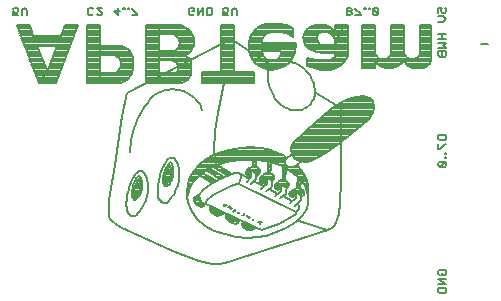
<source format=gbo>
G75*
G70*
%OFA0B0*%
%FSLAX24Y24*%
%IPPOS*%
%LPD*%
%AMOC8*
5,1,8,0,0,1.08239X$1,22.5*
%
%ADD10C,0.0080*%
%ADD11C,0.0060*%
D10*
X003901Y003528D02*
X004061Y003428D01*
X005821Y002628D01*
X006621Y002348D01*
X007061Y002228D01*
X007301Y002228D01*
X007501Y002268D01*
X010941Y003388D01*
X010901Y003388D02*
X009981Y003668D01*
X009861Y003628D02*
X009541Y003428D01*
X009141Y003268D01*
X008861Y003188D01*
X008581Y003148D01*
X008261Y003108D01*
X007861Y003148D01*
X007501Y003228D01*
X007141Y003348D01*
X006821Y003508D01*
X006581Y003748D01*
X006381Y004028D01*
X006261Y004308D01*
X006241Y004468D01*
X006301Y004668D01*
X006241Y004688D01*
X006241Y004468D01*
X006481Y004428D02*
X006481Y004328D01*
X006581Y004208D01*
X006701Y004148D01*
X006801Y004188D01*
X006801Y004248D01*
X006721Y004268D01*
X006641Y004368D01*
X006621Y004528D01*
X006541Y004508D01*
X006481Y004428D01*
X006494Y004446D02*
X006632Y004446D01*
X006661Y004388D02*
X006741Y004268D01*
X006861Y004228D01*
X008581Y003428D01*
X008741Y003388D01*
X008901Y003428D01*
X009301Y003588D01*
X009781Y003828D01*
X009861Y003908D01*
X009881Y003988D01*
X009981Y004088D01*
X009981Y004168D01*
X009921Y004228D01*
X009981Y004308D02*
X009821Y004188D01*
X009661Y004268D02*
X009861Y004428D01*
X009861Y004588D01*
X009856Y004603D02*
X009642Y004603D01*
X009641Y004608D02*
X009721Y004688D01*
X009821Y004748D01*
X009901Y004768D01*
X009941Y005148D01*
X010041Y005088D01*
X010001Y004748D01*
X010041Y004748D01*
X010121Y004688D01*
X010141Y004628D01*
X010121Y004548D01*
X010061Y004508D01*
X009881Y004628D01*
X009841Y004588D01*
X009841Y004508D01*
X009741Y004468D01*
X009661Y004508D01*
X009641Y004608D01*
X009658Y004524D02*
X009841Y004524D01*
X009920Y004603D02*
X010135Y004603D01*
X010124Y004681D02*
X009714Y004681D01*
X009601Y004808D02*
X009561Y004768D01*
X009401Y004868D01*
X009361Y004828D01*
X009341Y004728D01*
X009261Y004708D01*
X009181Y004768D01*
X009181Y004888D01*
X009261Y004968D01*
X009381Y005028D01*
X009421Y005068D01*
X009441Y005468D01*
X009541Y005428D01*
X009501Y005028D01*
X009561Y004988D01*
X009621Y004928D01*
X009621Y004868D01*
X009601Y004808D01*
X009611Y004838D02*
X009449Y004838D01*
X009381Y004828D02*
X009381Y004668D01*
X009181Y004508D01*
X009261Y004588D02*
X008961Y004748D01*
X009021Y004788D02*
X009061Y004828D01*
X009061Y004988D01*
X009061Y005008D02*
X008921Y005108D01*
X008881Y005048D01*
X008841Y004928D01*
X008721Y004928D01*
X008661Y004988D01*
X008661Y005108D01*
X008761Y005208D01*
X008881Y005268D01*
X008921Y005308D01*
X008941Y005628D01*
X009041Y005628D01*
X009021Y005408D01*
X009001Y005268D01*
X009061Y005228D01*
X009141Y005168D01*
X009141Y005108D01*
X009101Y005028D01*
X009061Y005008D01*
X009124Y005074D02*
X008969Y005074D01*
X008901Y005068D02*
X008901Y004908D01*
X008801Y004828D01*
X008501Y004988D01*
X008541Y005068D02*
X008381Y004908D01*
X008221Y004988D02*
X008381Y005148D01*
X008381Y005308D01*
X008363Y005310D02*
X008208Y005310D01*
X008201Y005288D02*
X008241Y005408D01*
X008301Y005448D01*
X008421Y005468D01*
X008421Y005668D01*
X008541Y005668D01*
X008541Y005468D01*
X008641Y005428D01*
X008661Y005348D01*
X008641Y005248D01*
X008581Y005188D01*
X008561Y005248D01*
X008401Y005348D01*
X008341Y005288D01*
X008321Y005148D01*
X008241Y005168D01*
X008201Y005288D01*
X008220Y005231D02*
X008333Y005231D01*
X008322Y005153D02*
X008304Y005153D01*
X008301Y005088D02*
X008021Y005228D01*
X007941Y005268D01*
X007861Y005268D01*
X007701Y005228D01*
X007341Y005068D01*
X007461Y005128D01*
X006981Y005428D01*
X006861Y005368D01*
X007341Y005068D01*
X007021Y004908D01*
X006781Y004708D01*
X006621Y004548D01*
X006661Y004388D01*
X006642Y004367D02*
X006481Y004367D01*
X006514Y004289D02*
X006705Y004289D01*
X006801Y004210D02*
X006580Y004210D01*
X006861Y004228D02*
X006861Y004348D01*
X007101Y004548D01*
X007701Y004828D01*
X007901Y004908D01*
X007981Y004908D01*
X009881Y003988D01*
X010061Y003828D02*
X009861Y003628D01*
X010061Y003828D02*
X010221Y004068D01*
X010261Y004268D01*
X010261Y004508D01*
X010181Y004868D01*
X009941Y005148D01*
X009661Y005348D01*
X009341Y005548D01*
X008941Y005668D01*
X008501Y005708D01*
X007981Y005708D01*
X007541Y005628D01*
X007141Y005508D01*
X006741Y005268D01*
X006421Y004988D01*
X006341Y004808D01*
X006301Y004668D01*
X006305Y004681D02*
X006262Y004681D01*
X006241Y004688D02*
X006301Y005068D01*
X006361Y005208D01*
X006461Y005348D01*
X006621Y005528D01*
X006781Y005668D01*
X007181Y005908D01*
X007621Y006028D01*
X008021Y006108D01*
X008381Y006148D01*
X008941Y006068D01*
X009501Y005828D01*
X009541Y005788D01*
X009501Y005708D01*
X009501Y005628D01*
X009541Y005508D01*
X009661Y005468D01*
X009781Y005468D01*
X009901Y005548D01*
X010061Y005348D01*
X010221Y005028D01*
X010261Y004828D01*
X010261Y004508D01*
X010258Y004524D02*
X010261Y004524D01*
X010261Y004603D02*
X010240Y004603D01*
X010223Y004681D02*
X010261Y004681D01*
X010261Y004760D02*
X010205Y004760D01*
X010188Y004838D02*
X010259Y004838D01*
X010243Y004917D02*
X010140Y004917D01*
X010072Y004996D02*
X010228Y004996D01*
X010198Y005074D02*
X010005Y005074D01*
X010040Y005074D02*
X009933Y005074D01*
X009935Y005153D02*
X010159Y005153D01*
X010120Y005231D02*
X009825Y005231D01*
X009715Y005310D02*
X010081Y005310D01*
X010029Y005388D02*
X009597Y005388D01*
X009537Y005388D02*
X009437Y005388D01*
X009433Y005310D02*
X009529Y005310D01*
X009521Y005231D02*
X009429Y005231D01*
X009425Y005153D02*
X009514Y005153D01*
X009506Y005074D02*
X009421Y005074D01*
X009316Y004996D02*
X009550Y004996D01*
X009621Y004917D02*
X009210Y004917D01*
X009181Y004838D02*
X009371Y004838D01*
X009348Y004760D02*
X009192Y004760D01*
X009021Y004788D02*
X008861Y004668D01*
X008801Y004828D02*
X008701Y004748D01*
X008661Y004996D02*
X008864Y004996D01*
X008898Y005074D02*
X008661Y005074D01*
X008705Y005153D02*
X009141Y005153D01*
X009057Y005231D02*
X008807Y005231D01*
X008921Y005310D02*
X009007Y005310D01*
X009018Y005388D02*
X008926Y005388D01*
X008931Y005467D02*
X009026Y005467D01*
X009034Y005545D02*
X008936Y005545D01*
X008941Y005624D02*
X009041Y005624D01*
X009089Y005624D02*
X009503Y005624D01*
X009501Y005702D02*
X008567Y005702D01*
X008541Y005624D02*
X008421Y005624D01*
X008421Y005545D02*
X008541Y005545D01*
X008545Y005467D02*
X008412Y005467D01*
X008463Y005310D02*
X008653Y005310D01*
X008651Y005388D02*
X008234Y005388D01*
X008021Y005228D02*
X008021Y005108D01*
X007981Y004948D01*
X007721Y005248D02*
X007601Y005188D01*
X007081Y005508D01*
X007201Y005568D01*
X007721Y005248D01*
X007687Y005231D02*
X007532Y005231D01*
X007621Y005310D02*
X007404Y005310D01*
X007494Y005388D02*
X007276Y005388D01*
X007366Y005467D02*
X007149Y005467D01*
X007072Y005467D02*
X006566Y005467D01*
X006497Y005388D02*
X006941Y005388D01*
X006901Y005388D02*
X007045Y005388D01*
X006955Y005310D02*
X007171Y005310D01*
X007081Y005231D02*
X007297Y005231D01*
X007206Y005153D02*
X007422Y005153D01*
X007353Y005074D02*
X007332Y005074D01*
X007221Y005008D02*
X007081Y004948D01*
X006641Y005208D01*
X006741Y005288D01*
X007221Y005008D01*
X007191Y004996D02*
X007001Y004996D01*
X007109Y005074D02*
X006868Y005074D01*
X006974Y005153D02*
X006736Y005153D01*
X006699Y005231D02*
X006377Y005231D01*
X006337Y005153D02*
X006609Y005153D01*
X006670Y005231D02*
X006839Y005231D01*
X006810Y005310D02*
X006434Y005310D01*
X006519Y005074D02*
X006304Y005074D01*
X005661Y005628D02*
X005625Y005583D01*
X005591Y005535D01*
X005561Y005486D01*
X005534Y005434D01*
X005510Y005381D01*
X005490Y005327D01*
X005474Y005271D01*
X005461Y005215D01*
X005451Y005157D01*
X005446Y005100D01*
X005444Y005041D01*
X005446Y004983D01*
X005452Y004926D01*
X005461Y004868D01*
X005501Y004828D01*
X005541Y004828D01*
X005621Y004868D01*
X005550Y004917D02*
X005501Y004917D01*
X005501Y004868D02*
X005661Y005028D01*
X005741Y005308D01*
X005661Y005548D01*
X005501Y005228D01*
X005501Y004868D01*
X005501Y004996D02*
X005628Y004996D01*
X005674Y005074D02*
X005501Y005074D01*
X005501Y005153D02*
X005697Y005153D01*
X005719Y005231D02*
X005503Y005231D01*
X005542Y005310D02*
X005741Y005310D01*
X005715Y005388D02*
X005581Y005388D01*
X005620Y005467D02*
X005688Y005467D01*
X005660Y005545D02*
X005662Y005545D01*
X005661Y005628D02*
X005701Y005628D01*
X005582Y005708D02*
X005595Y005727D01*
X005610Y005744D01*
X005628Y005758D01*
X005648Y005770D01*
X005670Y005778D01*
X005692Y005784D01*
X005715Y005786D01*
X005738Y005785D01*
X005761Y005780D01*
X005782Y005772D01*
X005803Y005761D01*
X005821Y005748D01*
X005847Y005719D01*
X005869Y005687D01*
X005890Y005654D01*
X005907Y005619D01*
X005921Y005583D01*
X005933Y005546D01*
X005941Y005508D01*
X006290Y004996D02*
X006429Y004996D01*
X006389Y004917D02*
X006277Y004917D01*
X006265Y004838D02*
X006355Y004838D01*
X006327Y004760D02*
X006252Y004760D01*
X006605Y004524D02*
X006622Y004524D01*
X007021Y004148D02*
X007481Y003928D01*
X007381Y003868D01*
X007221Y003848D01*
X007061Y003948D01*
X007001Y004048D01*
X007021Y004148D01*
X007018Y004132D02*
X007056Y004132D01*
X007002Y004053D02*
X007221Y004053D01*
X007145Y003896D02*
X007427Y003896D01*
X007385Y003974D02*
X007046Y003974D01*
X007481Y004168D02*
X007561Y004208D01*
X007621Y004148D02*
X007601Y004128D01*
X007641Y004168D02*
X007701Y004088D01*
X007701Y004108D02*
X007721Y004108D01*
X007781Y004008D02*
X007801Y003988D01*
X007821Y004008D02*
X007841Y004068D01*
X007981Y003988D02*
X007921Y003928D01*
X007981Y003948D02*
X007981Y003968D01*
X008061Y003888D02*
X008081Y003888D01*
X008121Y003868D02*
X008121Y003928D01*
X008241Y003888D02*
X008241Y003828D01*
X008261Y003808D02*
X008341Y003808D01*
X008301Y003788D02*
X008301Y003768D01*
X008441Y003708D02*
X008481Y003748D01*
X008601Y003648D02*
X008721Y003628D01*
X008661Y003588D02*
X008641Y003628D01*
X008521Y003448D02*
X008401Y003368D01*
X008241Y003388D01*
X008101Y003468D01*
X008061Y003568D01*
X008101Y003648D01*
X008521Y003448D01*
X008486Y003425D02*
X008178Y003425D01*
X008087Y003503D02*
X008406Y003503D01*
X008241Y003582D02*
X008068Y003582D01*
X007976Y003660D02*
X007649Y003660D01*
X007661Y003648D02*
X007841Y003588D01*
X007941Y003608D01*
X007981Y003668D01*
X007541Y003908D01*
X007521Y003788D01*
X007661Y003648D01*
X007571Y003739D02*
X007852Y003739D01*
X007708Y003817D02*
X007526Y003817D01*
X007539Y003896D02*
X007564Y003896D01*
X007481Y004168D02*
X007481Y004248D01*
X005261Y004548D02*
X005258Y004635D01*
X005259Y004723D01*
X005265Y004810D01*
X005274Y004897D01*
X005288Y004984D01*
X005305Y005069D01*
X005327Y005154D01*
X005352Y005238D01*
X005381Y005320D01*
X005413Y005401D01*
X005450Y005481D01*
X005490Y005559D01*
X005534Y005634D01*
X005581Y005708D01*
X005701Y005628D02*
X005724Y005583D01*
X005742Y005536D01*
X005758Y005487D01*
X005769Y005438D01*
X005777Y005388D01*
X005781Y005337D01*
X005782Y005286D01*
X005778Y005236D01*
X005771Y005185D01*
X005760Y005136D01*
X005746Y005087D01*
X005727Y005040D01*
X005706Y004994D01*
X005681Y004950D01*
X005653Y004908D01*
X005621Y004868D01*
X005261Y004548D02*
X005266Y004514D01*
X005273Y004481D01*
X005284Y004448D01*
X005298Y004417D01*
X005315Y004387D01*
X005334Y004358D01*
X005357Y004332D01*
X005381Y004308D01*
X005382Y004308D02*
X005400Y004295D01*
X005421Y004284D01*
X005442Y004276D01*
X005465Y004271D01*
X005488Y004270D01*
X005511Y004272D01*
X005533Y004278D01*
X005555Y004286D01*
X005575Y004298D01*
X005593Y004312D01*
X005608Y004329D01*
X005621Y004348D01*
X004421Y004428D02*
X004412Y004486D01*
X004406Y004543D01*
X004404Y004601D01*
X004406Y004660D01*
X004411Y004717D01*
X004421Y004775D01*
X004434Y004831D01*
X004450Y004887D01*
X004470Y004941D01*
X004494Y004994D01*
X004521Y005046D01*
X004551Y005095D01*
X004585Y005143D01*
X004621Y005188D01*
X004661Y005188D01*
X004542Y005268D02*
X004555Y005287D01*
X004570Y005304D01*
X004588Y005318D01*
X004608Y005330D01*
X004630Y005338D01*
X004652Y005344D01*
X004675Y005346D01*
X004698Y005345D01*
X004721Y005340D01*
X004742Y005332D01*
X004763Y005321D01*
X004781Y005308D01*
X005941Y005509D02*
X005955Y005444D01*
X005966Y005379D01*
X005974Y005313D01*
X005977Y005247D01*
X005978Y005180D01*
X005974Y005114D01*
X005967Y005048D01*
X005957Y004983D01*
X005943Y004918D01*
X005925Y004855D01*
X005904Y004792D01*
X005879Y004730D01*
X005852Y004670D01*
X005821Y004612D01*
X005787Y004555D01*
X005749Y004500D01*
X005709Y004447D01*
X005666Y004397D01*
X005621Y004349D01*
X004541Y005268D02*
X004494Y005194D01*
X004450Y005119D01*
X004410Y005041D01*
X004373Y004961D01*
X004341Y004880D01*
X004312Y004798D01*
X004287Y004714D01*
X004265Y004629D01*
X004248Y004544D01*
X004234Y004457D01*
X004225Y004370D01*
X004219Y004283D01*
X004218Y004195D01*
X004221Y004108D01*
X004342Y003868D02*
X004360Y003855D01*
X004381Y003844D01*
X004402Y003836D01*
X004425Y003831D01*
X004448Y003830D01*
X004471Y003832D01*
X004493Y003838D01*
X004515Y003846D01*
X004535Y003858D01*
X004553Y003872D01*
X004568Y003889D01*
X004581Y003908D01*
X004341Y003868D02*
X004317Y003892D01*
X004294Y003918D01*
X004275Y003947D01*
X004258Y003977D01*
X004244Y004008D01*
X004233Y004041D01*
X004226Y004074D01*
X004221Y004108D01*
X004461Y004388D02*
X004501Y004388D01*
X004581Y004428D01*
X004557Y004524D02*
X004461Y004524D01*
X004461Y004446D02*
X004479Y004446D01*
X004461Y004428D02*
X004621Y004588D01*
X004701Y004868D01*
X004621Y005108D01*
X004461Y004788D01*
X004461Y004428D01*
X004421Y004428D02*
X004461Y004388D01*
X004461Y004603D02*
X004625Y004603D01*
X004648Y004681D02*
X004461Y004681D01*
X004461Y004760D02*
X004670Y004760D01*
X004693Y004838D02*
X004486Y004838D01*
X004526Y004917D02*
X004685Y004917D01*
X004659Y004996D02*
X004565Y004996D01*
X004604Y005074D02*
X004633Y005074D01*
X004901Y005068D02*
X004893Y005106D01*
X004881Y005143D01*
X004867Y005179D01*
X004850Y005214D01*
X004829Y005247D01*
X004807Y005279D01*
X004781Y005308D01*
X004661Y005188D02*
X004684Y005143D01*
X004702Y005096D01*
X004718Y005047D01*
X004729Y004998D01*
X004737Y004948D01*
X004741Y004897D01*
X004742Y004846D01*
X004738Y004796D01*
X004731Y004745D01*
X004720Y004696D01*
X004706Y004647D01*
X004687Y004600D01*
X004666Y004554D01*
X004641Y004510D01*
X004613Y004468D01*
X004581Y004428D01*
X004581Y003909D02*
X004626Y003957D01*
X004669Y004007D01*
X004709Y004060D01*
X004747Y004115D01*
X004781Y004172D01*
X004812Y004230D01*
X004839Y004290D01*
X004864Y004352D01*
X004885Y004415D01*
X004903Y004478D01*
X004917Y004543D01*
X004927Y004608D01*
X004934Y004674D01*
X004938Y004740D01*
X004937Y004807D01*
X004934Y004873D01*
X004926Y004939D01*
X004915Y005004D01*
X004901Y005069D01*
X003821Y005538D02*
X004061Y007188D01*
X004221Y007948D01*
X007701Y009748D01*
X008981Y008908D01*
X009008Y009032D02*
X009075Y009025D01*
X009135Y009031D01*
X009192Y009048D01*
X009245Y009076D01*
X009291Y009114D01*
X009329Y009160D01*
X009357Y009213D01*
X009374Y009270D01*
X009380Y009330D01*
X008728Y009330D01*
X008728Y009547D01*
X008293Y009547D01*
X008301Y009656D01*
X008327Y009762D01*
X008369Y009863D01*
X008426Y009956D01*
X008497Y010039D01*
X008580Y010110D01*
X008673Y010167D01*
X008774Y010209D01*
X008880Y010234D01*
X008989Y010243D01*
X009293Y010243D01*
X009554Y010199D01*
X009771Y010112D01*
X009771Y009808D01*
X009554Y009938D01*
X009293Y009982D01*
X009119Y009982D01*
X009051Y009976D01*
X008985Y009958D01*
X008923Y009929D01*
X008867Y009890D01*
X008819Y009842D01*
X008780Y009786D01*
X008751Y009724D01*
X008734Y009658D01*
X008728Y009590D01*
X009858Y009590D01*
X009858Y009503D01*
X009848Y009381D01*
X009820Y009262D01*
X009773Y009148D01*
X009709Y009043D01*
X009629Y008950D01*
X009536Y008870D01*
X009431Y008806D01*
X009317Y008759D01*
X009198Y008730D01*
X009075Y008721D01*
X009032Y008721D01*
X008916Y008730D01*
X008804Y008757D01*
X008696Y008801D01*
X008598Y008862D01*
X008509Y008937D01*
X008434Y009026D01*
X008373Y009124D01*
X008329Y009232D01*
X008302Y009344D01*
X008293Y009460D01*
X008293Y009547D01*
X008728Y009547D01*
X008728Y009373D01*
X008734Y009305D01*
X008754Y009240D01*
X008786Y009180D01*
X008830Y009127D01*
X008882Y009084D01*
X008942Y009052D01*
X009008Y009032D01*
X008890Y009080D02*
X008401Y009080D01*
X008359Y009158D02*
X008804Y009158D01*
X008756Y009237D02*
X008328Y009237D01*
X008309Y009315D02*
X008733Y009315D01*
X008728Y009394D02*
X009849Y009394D01*
X009856Y009472D02*
X008728Y009472D01*
X008293Y009472D01*
X008298Y009394D02*
X008728Y009394D01*
X008731Y009630D02*
X008299Y009630D01*
X008293Y009551D02*
X009858Y009551D01*
X010162Y009547D02*
X010119Y009808D01*
X010206Y010025D01*
X010336Y010156D01*
X010510Y010199D01*
X010858Y010199D01*
X010989Y010156D01*
X011163Y009982D01*
X011163Y010199D01*
X011467Y010199D01*
X011597Y010199D01*
X011597Y009199D01*
X011554Y009112D01*
X011467Y008982D01*
X011336Y008851D01*
X011206Y008764D01*
X011032Y008721D01*
X010684Y008721D01*
X010510Y008764D01*
X010249Y008851D01*
X010249Y009112D01*
X010380Y009069D01*
X010554Y009025D01*
X010989Y009025D01*
X011076Y009069D01*
X011163Y009156D01*
X011163Y009286D01*
X010728Y009286D01*
X010467Y009330D01*
X010293Y009416D01*
X010162Y009547D01*
X010162Y009551D02*
X010680Y009551D01*
X010684Y009547D02*
X011163Y009547D01*
X011467Y010199D01*
X011163Y009590D01*
X011163Y009764D01*
X010989Y009938D01*
X010858Y009982D01*
X010728Y009982D01*
X010597Y009895D01*
X010554Y009764D01*
X010597Y009634D01*
X010684Y009547D01*
X010602Y009630D02*
X010149Y009630D01*
X010136Y009708D02*
X010572Y009708D01*
X010561Y009787D02*
X010123Y009787D01*
X010142Y009865D02*
X010587Y009865D01*
X010671Y009944D02*
X010173Y009944D01*
X010205Y010022D02*
X011122Y010022D01*
X011163Y010022D02*
X011378Y010022D01*
X011384Y010022D02*
X011597Y010022D01*
X011597Y009944D02*
X011348Y009944D01*
X011339Y009944D02*
X010972Y009944D01*
X011062Y009865D02*
X011300Y009865D01*
X011311Y009865D02*
X011597Y009865D01*
X011597Y009787D02*
X011274Y009787D01*
X011261Y009787D02*
X011140Y009787D01*
X011163Y009708D02*
X011221Y009708D01*
X011238Y009708D02*
X011597Y009708D01*
X011597Y009630D02*
X011201Y009630D01*
X011182Y009630D02*
X011163Y009630D01*
X011164Y009551D02*
X011597Y009551D01*
X011597Y009472D02*
X010237Y009472D01*
X010338Y009394D02*
X011597Y009394D01*
X011597Y009315D02*
X010552Y009315D01*
X010347Y009080D02*
X010249Y009080D01*
X010249Y009001D02*
X011480Y009001D01*
X011532Y009080D02*
X011087Y009080D01*
X011163Y009158D02*
X011577Y009158D01*
X011597Y009237D02*
X011163Y009237D01*
X011408Y008923D02*
X010249Y008923D01*
X010271Y008844D02*
X011326Y008844D01*
X011208Y008766D02*
X010506Y008766D01*
X008941Y008749D02*
X008933Y008677D01*
X008929Y008604D01*
X008928Y008532D01*
X008932Y008459D01*
X008940Y008387D01*
X008952Y008316D01*
X008967Y008245D01*
X008986Y008175D01*
X009010Y008106D01*
X009036Y008039D01*
X009067Y007973D01*
X009101Y007909D01*
X009661Y008988D02*
X009722Y008973D01*
X009782Y008955D01*
X009841Y008933D01*
X009899Y008907D01*
X009955Y008878D01*
X010009Y008846D01*
X010061Y008811D01*
X010111Y008773D01*
X010158Y008732D01*
X010203Y008688D01*
X010245Y008641D01*
X010285Y008592D01*
X010322Y008541D01*
X010355Y008488D01*
X010385Y008433D01*
X010412Y008376D01*
X010436Y008318D01*
X010456Y008258D01*
X010472Y008197D01*
X010485Y008136D01*
X010494Y008073D01*
X010499Y008011D01*
X010501Y007948D01*
X010541Y007948D02*
X011381Y007428D01*
X011381Y004988D01*
X011341Y004268D01*
X011301Y003908D01*
X011181Y003548D01*
X011061Y003428D01*
X010901Y003388D01*
X009981Y004308D02*
X010021Y004388D01*
X010021Y004508D01*
X010037Y004524D02*
X010085Y004524D01*
X010003Y004760D02*
X009867Y004760D01*
X009909Y004838D02*
X010012Y004838D01*
X010021Y004917D02*
X009917Y004917D01*
X009925Y004996D02*
X010030Y004996D01*
X009966Y005467D02*
X009472Y005467D01*
X009445Y005467D02*
X009441Y005467D01*
X009529Y005545D02*
X009346Y005545D01*
X009541Y005748D02*
X009741Y005908D01*
X009701Y006068D01*
X009741Y006228D01*
X010221Y006708D01*
X011061Y007428D01*
X011461Y007668D01*
X011701Y007788D01*
X012101Y007828D01*
X012341Y007788D01*
X012421Y007668D01*
X012461Y007468D01*
X012421Y007268D01*
X012261Y007028D01*
X011861Y006708D01*
X011381Y006308D01*
X010861Y005948D01*
X010381Y005668D01*
X010221Y005628D01*
X009981Y005668D01*
X009821Y005748D01*
X009741Y005908D01*
X009734Y005938D02*
X010844Y005938D01*
X010960Y006017D02*
X009714Y006017D01*
X009708Y006095D02*
X011073Y006095D01*
X011187Y006174D02*
X009727Y006174D01*
X009765Y006252D02*
X011300Y006252D01*
X011408Y006331D02*
X009844Y006331D01*
X009922Y006409D02*
X011502Y006409D01*
X011597Y006488D02*
X010001Y006488D01*
X010079Y006566D02*
X011691Y006566D01*
X011785Y006645D02*
X010158Y006645D01*
X010239Y006723D02*
X011880Y006723D01*
X011978Y006802D02*
X010330Y006802D01*
X010422Y006881D02*
X012076Y006881D01*
X012175Y006959D02*
X010514Y006959D01*
X010605Y007038D02*
X012267Y007038D01*
X012320Y007116D02*
X010697Y007116D01*
X010789Y007195D02*
X012372Y007195D01*
X012422Y007273D02*
X010880Y007273D01*
X010972Y007352D02*
X012438Y007352D01*
X012454Y007430D02*
X011065Y007430D01*
X011195Y007509D02*
X012453Y007509D01*
X012437Y007587D02*
X011326Y007587D01*
X011457Y007666D02*
X012422Y007666D01*
X012370Y007745D02*
X011614Y007745D01*
X012048Y007823D02*
X012133Y007823D01*
X012076Y008764D02*
X012510Y008764D01*
X012510Y008982D01*
X012597Y008895D01*
X012728Y008808D01*
X012902Y008764D01*
X013032Y008764D01*
X013206Y008808D01*
X013336Y008895D01*
X013423Y008982D01*
X013510Y008982D01*
X013597Y008851D01*
X013728Y008764D01*
X014119Y008764D01*
X014206Y008808D01*
X014337Y008938D01*
X014380Y009069D01*
X014380Y010199D01*
X013989Y010199D01*
X013989Y009199D01*
X013902Y009112D01*
X013815Y009069D01*
X013684Y009069D01*
X013554Y009112D01*
X013467Y009286D01*
X013467Y010199D01*
X013032Y010199D01*
X013032Y009199D01*
X012945Y009112D01*
X012858Y009069D01*
X012684Y009069D01*
X012597Y009112D01*
X012510Y009286D01*
X012510Y010199D01*
X012076Y010199D01*
X012076Y008764D01*
X012076Y008766D02*
X012510Y008766D01*
X012510Y008844D02*
X012076Y008844D01*
X012076Y008923D02*
X012510Y008923D01*
X012569Y008923D02*
X013364Y008923D01*
X013261Y008844D02*
X012673Y008844D01*
X012662Y009080D02*
X012076Y009080D01*
X012076Y009158D02*
X012574Y009158D01*
X012535Y009237D02*
X012076Y009237D01*
X012076Y009315D02*
X012510Y009315D01*
X012510Y009394D02*
X012076Y009394D01*
X012076Y009472D02*
X012510Y009472D01*
X012510Y009551D02*
X012076Y009551D01*
X012076Y009630D02*
X012510Y009630D01*
X012510Y009708D02*
X012076Y009708D01*
X012076Y009787D02*
X012510Y009787D01*
X012510Y009865D02*
X012076Y009865D01*
X012076Y009944D02*
X012510Y009944D01*
X012510Y010022D02*
X012076Y010022D01*
X012076Y010101D02*
X012510Y010101D01*
X012510Y010179D02*
X012076Y010179D01*
X011597Y010179D02*
X011458Y010179D01*
X011457Y010179D02*
X011163Y010179D01*
X011163Y010101D02*
X011418Y010101D01*
X011421Y010101D02*
X011597Y010101D01*
X011043Y010101D02*
X010282Y010101D01*
X010431Y010179D02*
X010917Y010179D01*
X009833Y009315D02*
X009378Y009315D01*
X009364Y009237D02*
X009810Y009237D01*
X009777Y009158D02*
X009327Y009158D01*
X009249Y009080D02*
X009731Y009080D01*
X009673Y009001D02*
X008455Y009001D01*
X008526Y008923D02*
X009597Y008923D01*
X009493Y008844D02*
X008627Y008844D01*
X008783Y008766D02*
X009333Y008766D01*
X009101Y007908D02*
X009124Y007855D01*
X009151Y007803D01*
X009181Y007753D01*
X009215Y007706D01*
X009252Y007661D01*
X009291Y007618D01*
X009334Y007579D01*
X009379Y007542D01*
X009426Y007508D01*
X009476Y007478D01*
X009528Y007451D01*
X009581Y007428D01*
X009627Y007407D01*
X009674Y007389D01*
X009722Y007375D01*
X009771Y007365D01*
X009821Y007359D01*
X009871Y007357D01*
X009921Y007359D01*
X009971Y007365D01*
X010020Y007375D01*
X010068Y007388D01*
X010115Y007406D01*
X010160Y007427D01*
X010204Y007451D01*
X010246Y007479D01*
X010285Y007511D01*
X010321Y007545D01*
X010355Y007582D01*
X010386Y007622D01*
X010413Y007664D01*
X010437Y007708D01*
X010458Y007753D01*
X010474Y007800D01*
X010487Y007849D01*
X010497Y007898D01*
X010502Y007948D01*
X012076Y009001D02*
X014358Y009001D01*
X014380Y009080D02*
X013837Y009080D01*
X013948Y009158D02*
X014380Y009158D01*
X014380Y009237D02*
X013989Y009237D01*
X013989Y009315D02*
X014380Y009315D01*
X014380Y009394D02*
X013989Y009394D01*
X013989Y009472D02*
X014380Y009472D01*
X014380Y009551D02*
X013989Y009551D01*
X013989Y009630D02*
X014380Y009630D01*
X014380Y009708D02*
X013989Y009708D01*
X013989Y009787D02*
X014380Y009787D01*
X014380Y009865D02*
X013989Y009865D01*
X013989Y009944D02*
X014380Y009944D01*
X014380Y010022D02*
X013989Y010022D01*
X013989Y010101D02*
X014380Y010101D01*
X014380Y010179D02*
X013989Y010179D01*
X013467Y010179D02*
X013032Y010179D01*
X013032Y010101D02*
X013467Y010101D01*
X013467Y010022D02*
X013032Y010022D01*
X013032Y009944D02*
X013467Y009944D01*
X013467Y009865D02*
X013032Y009865D01*
X013032Y009787D02*
X013467Y009787D01*
X013467Y009708D02*
X013032Y009708D01*
X013032Y009630D02*
X013467Y009630D01*
X013467Y009551D02*
X013032Y009551D01*
X013032Y009472D02*
X013467Y009472D01*
X013467Y009394D02*
X013032Y009394D01*
X013032Y009315D02*
X013467Y009315D01*
X013492Y009237D02*
X013032Y009237D01*
X012991Y009158D02*
X013531Y009158D01*
X013651Y009080D02*
X012880Y009080D01*
X012896Y008766D02*
X013037Y008766D01*
X013550Y008923D02*
X014321Y008923D01*
X014242Y008844D02*
X013608Y008844D01*
X013726Y008766D02*
X014122Y008766D01*
X016026Y009568D02*
X016276Y009568D01*
X010709Y005859D02*
X009766Y005859D01*
X009805Y005781D02*
X010574Y005781D01*
X010440Y005702D02*
X009913Y005702D01*
X009897Y005545D02*
X009904Y005545D01*
X009861Y005508D02*
X010101Y005708D01*
X009537Y005781D02*
X006969Y005781D01*
X007100Y005859D02*
X009429Y005859D01*
X009245Y005938D02*
X007290Y005938D01*
X005102Y007829D02*
X005012Y007726D01*
X004926Y007620D01*
X004847Y007510D01*
X004772Y007396D01*
X004703Y007279D01*
X004639Y007158D01*
X004582Y007035D01*
X004530Y006909D01*
X004484Y006780D01*
X004445Y006650D01*
X004411Y006518D01*
X004384Y006385D01*
X004364Y006250D01*
X004349Y006115D01*
X004342Y005979D01*
X003821Y005538D02*
X003621Y004388D01*
X003621Y003988D01*
X003641Y003808D01*
X003661Y003748D01*
X003741Y003668D01*
X003901Y003528D01*
X006641Y005545D02*
X007264Y005545D01*
X007239Y005545D02*
X007155Y005545D01*
X007181Y005788D02*
X007141Y005988D01*
X007181Y006668D01*
X007261Y007268D01*
X007461Y008268D01*
X007380Y008634D02*
X006728Y008634D01*
X006728Y008286D01*
X008467Y008286D01*
X008467Y008634D01*
X007815Y008634D01*
X007815Y010199D01*
X007380Y010199D01*
X007380Y008634D01*
X007380Y008687D02*
X007815Y008687D01*
X007815Y008766D02*
X007380Y008766D01*
X007380Y008844D02*
X007815Y008844D01*
X007815Y008923D02*
X007380Y008923D01*
X007380Y009001D02*
X007815Y009001D01*
X007815Y009080D02*
X007380Y009080D01*
X007380Y009158D02*
X007815Y009158D01*
X007815Y009237D02*
X007380Y009237D01*
X007380Y009315D02*
X007815Y009315D01*
X007815Y009394D02*
X007380Y009394D01*
X007380Y009472D02*
X007815Y009472D01*
X007815Y009551D02*
X007380Y009551D01*
X007380Y009630D02*
X007815Y009630D01*
X007815Y009708D02*
X007380Y009708D01*
X007380Y009787D02*
X007815Y009787D01*
X007815Y009865D02*
X007380Y009865D01*
X007380Y009944D02*
X007815Y009944D01*
X007815Y010022D02*
X007380Y010022D01*
X007380Y010101D02*
X007815Y010101D01*
X007815Y010179D02*
X007380Y010179D01*
X006433Y009827D02*
X006458Y009732D01*
X006467Y009634D01*
X006467Y009590D01*
X006461Y009522D01*
X006443Y009457D01*
X006414Y009395D01*
X006375Y009339D01*
X006327Y009291D01*
X006271Y009252D01*
X006209Y009223D01*
X006143Y009205D01*
X006075Y009199D01*
X006135Y009193D01*
X006192Y009176D01*
X006244Y009148D01*
X006291Y009110D01*
X006328Y009064D01*
X006357Y009011D01*
X006374Y008954D01*
X006380Y008895D01*
X006380Y008634D01*
X006368Y008562D01*
X006343Y008494D01*
X006305Y008432D01*
X006256Y008379D01*
X006197Y008336D01*
X006131Y008306D01*
X006061Y008289D01*
X005988Y008286D01*
X005293Y008286D01*
X005293Y008590D01*
X005771Y008590D01*
X005810Y008595D01*
X005846Y008608D01*
X005879Y008628D01*
X005907Y008656D01*
X005928Y008689D01*
X005941Y008726D01*
X005945Y008764D01*
X005945Y008808D01*
X005941Y008850D01*
X005928Y008891D01*
X005908Y008929D01*
X005881Y008962D01*
X005848Y008989D01*
X005811Y009009D01*
X005770Y009021D01*
X005728Y009025D01*
X005293Y009025D01*
X005293Y009330D01*
X005727Y009330D01*
X005778Y009335D01*
X005827Y009349D01*
X005872Y009374D01*
X005912Y009406D01*
X005944Y009445D01*
X005969Y009491D01*
X005983Y009540D01*
X005988Y009590D01*
X005988Y009634D01*
X005983Y009685D01*
X005969Y009734D01*
X005944Y009779D01*
X005912Y009818D01*
X005872Y009851D01*
X005827Y009875D01*
X005778Y009890D01*
X005728Y009895D01*
X005293Y009895D01*
X005293Y010199D01*
X005901Y010199D01*
X006000Y010191D01*
X006095Y010165D01*
X006184Y010123D01*
X006265Y010067D01*
X006334Y009997D01*
X006391Y009916D01*
X006433Y009827D01*
X006443Y009787D02*
X005938Y009787D01*
X005976Y009708D02*
X006460Y009708D01*
X006467Y009630D02*
X005988Y009630D01*
X005984Y009551D02*
X006463Y009551D01*
X006447Y009472D02*
X005959Y009472D01*
X005897Y009394D02*
X006414Y009394D01*
X006352Y009315D02*
X005293Y009315D01*
X004858Y009315D01*
X004858Y009237D02*
X005293Y009237D01*
X006240Y009237D01*
X006225Y009158D02*
X005293Y009158D01*
X004858Y009158D01*
X004858Y009080D02*
X005293Y009080D01*
X006315Y009080D01*
X006360Y009001D02*
X005825Y009001D01*
X005911Y008923D02*
X006377Y008923D01*
X006380Y008844D02*
X005941Y008844D01*
X005945Y008766D02*
X006380Y008766D01*
X006380Y008687D02*
X005927Y008687D01*
X005848Y008609D02*
X006376Y008609D01*
X006356Y008530D02*
X005293Y008530D01*
X004858Y008530D01*
X004858Y008609D02*
X005293Y008609D01*
X005293Y008687D02*
X004858Y008687D01*
X004858Y008766D02*
X005293Y008766D01*
X005293Y008844D02*
X004858Y008844D01*
X004858Y008923D02*
X005293Y008923D01*
X005293Y009001D02*
X004858Y009001D01*
X004858Y009394D02*
X005293Y009394D01*
X005293Y009472D02*
X004858Y009472D01*
X004858Y009551D02*
X005293Y009551D01*
X005293Y009630D02*
X004858Y009630D01*
X004858Y009708D02*
X005293Y009708D01*
X005293Y009787D02*
X004858Y009787D01*
X004858Y009865D02*
X005293Y009865D01*
X005293Y009944D02*
X006372Y009944D01*
X006415Y009865D02*
X005846Y009865D01*
X006041Y010179D02*
X005293Y010179D01*
X004858Y010179D01*
X004858Y010199D02*
X005293Y010199D01*
X005293Y008286D01*
X004858Y008286D01*
X004858Y010199D01*
X004858Y010101D02*
X005293Y010101D01*
X006216Y010101D01*
X006309Y010022D02*
X005293Y010022D01*
X004858Y010022D01*
X004858Y009944D02*
X005293Y009944D01*
X004329Y009332D02*
X004373Y009264D01*
X004405Y009190D01*
X004423Y009112D01*
X004423Y008721D01*
X004412Y008642D01*
X004388Y008566D01*
X004351Y008495D01*
X004302Y008432D01*
X004243Y008379D01*
X004176Y008336D01*
X004102Y008306D01*
X004024Y008289D01*
X003945Y008286D01*
X003336Y008286D01*
X003336Y008590D01*
X003727Y008590D01*
X003787Y008596D01*
X003844Y008614D01*
X003896Y008642D01*
X003943Y008680D01*
X003980Y008726D01*
X004009Y008778D01*
X004026Y008835D01*
X004032Y008895D01*
X004032Y008938D01*
X004027Y008989D01*
X004012Y009038D01*
X003988Y009083D01*
X003955Y009123D01*
X003916Y009155D01*
X003871Y009179D01*
X003822Y009194D01*
X003771Y009199D01*
X003336Y009199D01*
X003336Y009503D01*
X003901Y009503D01*
X003982Y009508D01*
X004061Y009498D01*
X004138Y009475D01*
X004210Y009439D01*
X004274Y009390D01*
X004329Y009332D01*
X004340Y009315D02*
X003336Y009315D01*
X002901Y009315D01*
X002901Y009237D02*
X003336Y009237D01*
X004385Y009237D01*
X004412Y009158D02*
X003910Y009158D01*
X003990Y009080D02*
X004423Y009080D01*
X004423Y009001D02*
X004023Y009001D01*
X004032Y008923D02*
X004423Y008923D01*
X004423Y008844D02*
X004027Y008844D01*
X004002Y008766D02*
X004423Y008766D01*
X004419Y008687D02*
X003949Y008687D01*
X003827Y008609D02*
X004402Y008609D01*
X004369Y008530D02*
X003336Y008530D01*
X002901Y008530D01*
X002901Y008609D02*
X003336Y008609D01*
X003336Y008687D02*
X002901Y008687D01*
X002901Y008766D02*
X003336Y008766D01*
X003336Y008844D02*
X002901Y008844D01*
X002901Y008923D02*
X003336Y008923D01*
X003336Y009001D02*
X002901Y009001D01*
X002901Y009080D02*
X003336Y009080D01*
X003336Y009158D02*
X002901Y009158D01*
X002901Y009394D02*
X003336Y009394D01*
X004270Y009394D01*
X004143Y009472D02*
X003336Y009472D01*
X002901Y009472D01*
X002901Y009551D02*
X003336Y009551D01*
X003336Y009630D02*
X002901Y009630D01*
X002901Y009708D02*
X003336Y009708D01*
X003336Y009787D02*
X002901Y009787D01*
X002901Y009865D02*
X003336Y009865D01*
X003336Y009944D02*
X002901Y009944D01*
X002901Y010022D02*
X003336Y010022D01*
X003336Y010101D02*
X002901Y010101D01*
X002901Y010179D02*
X003336Y010179D01*
X003336Y010199D02*
X002901Y010199D01*
X002901Y008286D01*
X003336Y008286D01*
X003336Y010199D01*
X002597Y010199D02*
X001858Y008286D01*
X001293Y008286D01*
X000553Y010199D01*
X000988Y010199D01*
X001119Y009851D01*
X002032Y009851D01*
X002162Y010199D01*
X002597Y010199D01*
X002589Y010179D02*
X002155Y010179D01*
X002125Y010101D02*
X002559Y010101D01*
X002529Y010022D02*
X002096Y010022D01*
X002066Y009944D02*
X002498Y009944D01*
X002468Y009865D02*
X002037Y009865D01*
X002407Y009708D02*
X000743Y009708D01*
X000773Y009630D02*
X002377Y009630D01*
X002347Y009551D02*
X000804Y009551D01*
X000834Y009472D02*
X001261Y009472D01*
X001249Y009503D02*
X001553Y008721D01*
X001293Y008286D01*
X001597Y008721D01*
X001901Y009503D01*
X001249Y009503D01*
X001292Y009394D02*
X000865Y009394D01*
X000895Y009315D02*
X001322Y009315D01*
X001353Y009237D02*
X000925Y009237D01*
X000956Y009158D02*
X001383Y009158D01*
X001414Y009080D02*
X000986Y009080D01*
X001016Y009001D02*
X001444Y009001D01*
X001475Y008923D02*
X001047Y008923D01*
X001077Y008844D02*
X001505Y008844D01*
X001536Y008766D02*
X001107Y008766D01*
X001138Y008687D02*
X001533Y008687D01*
X001573Y008687D02*
X002013Y008687D01*
X002043Y008766D02*
X001614Y008766D01*
X001645Y008844D02*
X002073Y008844D01*
X002104Y008923D02*
X001675Y008923D01*
X001706Y009001D02*
X002134Y009001D01*
X002164Y009080D02*
X001736Y009080D01*
X001767Y009158D02*
X002195Y009158D01*
X002225Y009237D02*
X001798Y009237D01*
X001828Y009315D02*
X002256Y009315D01*
X002286Y009394D02*
X001859Y009394D01*
X001889Y009472D02*
X002316Y009472D01*
X002438Y009787D02*
X000713Y009787D01*
X000682Y009865D02*
X001113Y009865D01*
X001084Y009944D02*
X000652Y009944D01*
X000622Y010022D02*
X001054Y010022D01*
X001025Y010101D02*
X000591Y010101D01*
X000561Y010179D02*
X000996Y010179D01*
X001168Y008609D02*
X001486Y008609D01*
X001518Y008609D02*
X001982Y008609D01*
X001952Y008530D02*
X001463Y008530D01*
X001439Y008530D02*
X001198Y008530D01*
X001229Y008451D02*
X001392Y008451D01*
X001408Y008451D02*
X001922Y008451D01*
X001891Y008373D02*
X001353Y008373D01*
X001345Y008373D02*
X001259Y008373D01*
X001289Y008294D02*
X001298Y008294D01*
X001861Y008294D01*
X002901Y008294D02*
X003336Y008294D01*
X004048Y008294D01*
X004234Y008373D02*
X003336Y008373D01*
X002901Y008373D01*
X002901Y008451D02*
X003336Y008451D01*
X004317Y008451D01*
X004858Y008451D02*
X005293Y008451D01*
X006317Y008451D01*
X006248Y008373D02*
X005293Y008373D01*
X004858Y008373D01*
X004858Y008294D02*
X005293Y008294D01*
X006084Y008294D01*
X006728Y008294D02*
X008467Y008294D01*
X008467Y008373D02*
X006728Y008373D01*
X006728Y008451D02*
X008467Y008451D01*
X008467Y008530D02*
X006728Y008530D01*
X006728Y008609D02*
X008467Y008609D01*
X008314Y009708D02*
X008747Y009708D01*
X008780Y009787D02*
X008337Y009787D01*
X008370Y009865D02*
X008842Y009865D01*
X008954Y009944D02*
X008418Y009944D01*
X008482Y010022D02*
X009771Y010022D01*
X009771Y009944D02*
X009521Y009944D01*
X009676Y009865D02*
X009771Y009865D01*
X009771Y010101D02*
X008569Y010101D01*
X008703Y010179D02*
X009603Y010179D01*
X006741Y007388D02*
X006716Y007447D01*
X006688Y007504D01*
X006656Y007559D01*
X006621Y007612D01*
X006583Y007663D01*
X006542Y007712D01*
X006498Y007758D01*
X006451Y007801D01*
X006402Y007842D01*
X006350Y007879D01*
X006296Y007913D01*
X006240Y007944D01*
X006183Y007971D01*
X006124Y007995D01*
X006063Y008015D01*
X006002Y008032D01*
X005939Y008045D01*
X005876Y008054D01*
X005813Y008059D01*
X005749Y008060D01*
X005685Y008057D01*
X005622Y008051D01*
X005559Y008041D01*
X005497Y008027D01*
X005436Y008009D01*
X005376Y007987D01*
X005317Y007962D01*
X005260Y007934D01*
X005205Y007902D01*
X005152Y007866D01*
X005101Y007828D01*
X007578Y006017D02*
X009062Y006017D01*
X008754Y006095D02*
X007955Y006095D01*
X007949Y005702D02*
X006838Y005702D01*
X006730Y005624D02*
X007526Y005624D01*
X008541Y005228D02*
X008541Y005068D01*
X008567Y005231D02*
X008624Y005231D01*
X009541Y004748D02*
X009541Y004588D01*
X009441Y004508D01*
X009741Y004348D01*
X009441Y004508D02*
X009341Y004428D01*
D11*
X014611Y005524D02*
X014654Y005481D01*
X014828Y005654D01*
X014871Y005611D01*
X014871Y005524D01*
X014828Y005481D01*
X014654Y005481D01*
X014611Y005524D02*
X014611Y005611D01*
X014654Y005654D01*
X014828Y005654D01*
X014828Y005758D02*
X014871Y005758D01*
X014871Y005802D01*
X014828Y005802D01*
X014828Y005758D01*
X014828Y005906D02*
X014871Y005906D01*
X014871Y005949D01*
X014828Y005949D01*
X014828Y005906D01*
X014654Y006070D02*
X014828Y006244D01*
X014871Y006244D01*
X014828Y006365D02*
X014654Y006365D01*
X014611Y006408D01*
X014611Y006538D01*
X014871Y006538D01*
X014871Y006408D01*
X014828Y006365D01*
X014611Y006244D02*
X014611Y006070D01*
X014654Y006070D01*
X014654Y009151D02*
X014698Y009151D01*
X014741Y009194D01*
X014741Y009324D01*
X014611Y009324D02*
X014611Y009194D01*
X014654Y009151D01*
X014741Y009194D02*
X014784Y009151D01*
X014828Y009151D01*
X014871Y009194D01*
X014871Y009324D01*
X014611Y009324D01*
X014611Y009445D02*
X014871Y009445D01*
X014784Y009532D01*
X014871Y009619D01*
X014611Y009619D01*
X014611Y009740D02*
X014871Y009740D01*
X014741Y009740D02*
X014741Y009913D01*
X014871Y009913D02*
X014611Y009913D01*
X014611Y010320D02*
X014784Y010320D01*
X014871Y010407D01*
X014784Y010494D01*
X014611Y010494D01*
X014611Y010615D02*
X014611Y010788D01*
X014741Y010788D01*
X014698Y010702D01*
X014698Y010658D01*
X014741Y010615D01*
X014828Y010615D01*
X014871Y010658D01*
X014871Y010745D01*
X014828Y010788D01*
X012614Y010745D02*
X012614Y010571D01*
X012440Y010745D01*
X012483Y010788D01*
X012570Y010788D01*
X012614Y010745D01*
X012614Y010571D02*
X012570Y010528D01*
X012483Y010528D01*
X012440Y010571D01*
X012440Y010745D01*
X012336Y010745D02*
X012336Y010788D01*
X012293Y010788D01*
X012293Y010745D01*
X012336Y010745D01*
X012189Y010745D02*
X012189Y010788D01*
X012145Y010788D01*
X012145Y010745D01*
X012189Y010745D01*
X012024Y010571D02*
X011851Y010745D01*
X011851Y010788D01*
X011730Y010745D02*
X011686Y010788D01*
X011556Y010788D01*
X011556Y010528D01*
X011686Y010528D01*
X011730Y010571D01*
X011730Y010615D01*
X011686Y010658D01*
X011556Y010658D01*
X011686Y010658D02*
X011730Y010702D01*
X011730Y010745D01*
X011851Y010528D02*
X012024Y010528D01*
X012024Y010571D01*
X007899Y010528D02*
X007899Y010702D01*
X007813Y010788D01*
X007726Y010702D01*
X007726Y010528D01*
X007605Y010528D02*
X007431Y010528D01*
X007431Y010658D01*
X007518Y010615D01*
X007561Y010615D01*
X007605Y010658D01*
X007605Y010745D01*
X007561Y010788D01*
X007475Y010788D01*
X007431Y010745D01*
X007069Y010745D02*
X007069Y010571D01*
X007026Y010528D01*
X006895Y010528D01*
X006895Y010788D01*
X007026Y010788D01*
X007069Y010745D01*
X006774Y010788D02*
X006774Y010528D01*
X006601Y010528D02*
X006601Y010788D01*
X006480Y010745D02*
X006480Y010658D01*
X006393Y010658D01*
X006480Y010571D02*
X006436Y010528D01*
X006350Y010528D01*
X006306Y010571D01*
X006306Y010745D01*
X006350Y010788D01*
X006436Y010788D01*
X006480Y010745D01*
X006601Y010528D02*
X006774Y010788D01*
X004578Y010571D02*
X004404Y010745D01*
X004404Y010788D01*
X004300Y010788D02*
X004257Y010788D01*
X004257Y010745D01*
X004300Y010745D01*
X004300Y010788D01*
X004153Y010788D02*
X004110Y010788D01*
X004110Y010745D01*
X004153Y010745D01*
X004153Y010788D01*
X003945Y010788D02*
X003945Y010528D01*
X003815Y010658D01*
X003989Y010658D01*
X004404Y010528D02*
X004578Y010528D01*
X004578Y010571D01*
X003399Y010571D02*
X003356Y010528D01*
X003269Y010528D01*
X003226Y010571D01*
X003105Y010571D02*
X003061Y010528D01*
X002975Y010528D01*
X002931Y010571D01*
X002931Y010745D01*
X002975Y010788D01*
X003061Y010788D01*
X003105Y010745D01*
X003226Y010788D02*
X003399Y010615D01*
X003399Y010571D01*
X003399Y010788D02*
X003226Y010788D01*
X000899Y010702D02*
X000899Y010528D01*
X000726Y010528D02*
X000726Y010702D01*
X000813Y010788D01*
X000899Y010702D01*
X000605Y010658D02*
X000605Y010745D01*
X000561Y010788D01*
X000475Y010788D01*
X000431Y010745D01*
X000431Y010658D02*
X000518Y010615D01*
X000561Y010615D01*
X000605Y010658D01*
X000605Y010528D02*
X000431Y010528D01*
X000431Y010658D01*
X014611Y001995D02*
X014611Y001908D01*
X014654Y001865D01*
X014741Y001865D02*
X014741Y001952D01*
X014741Y001865D02*
X014828Y001865D01*
X014871Y001908D01*
X014871Y001995D01*
X014828Y002038D01*
X014654Y002038D01*
X014611Y001995D01*
X014611Y001744D02*
X014871Y001570D01*
X014611Y001570D01*
X014611Y001449D02*
X014611Y001319D01*
X014654Y001276D01*
X014828Y001276D01*
X014871Y001319D01*
X014871Y001449D01*
X014611Y001449D01*
X014611Y001744D02*
X014871Y001744D01*
M02*

</source>
